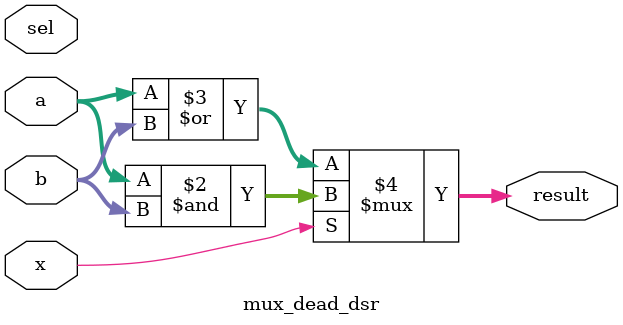
<source format=v>
module mux_dead_dsr(
    input x,
    input sel,
    input [7:0] a,
    input [7:0] b,
    output reg [7:0] result
);

always @(*) begin
    result = x ? (a & b) : (a | b);
end

endmodule
</source>
